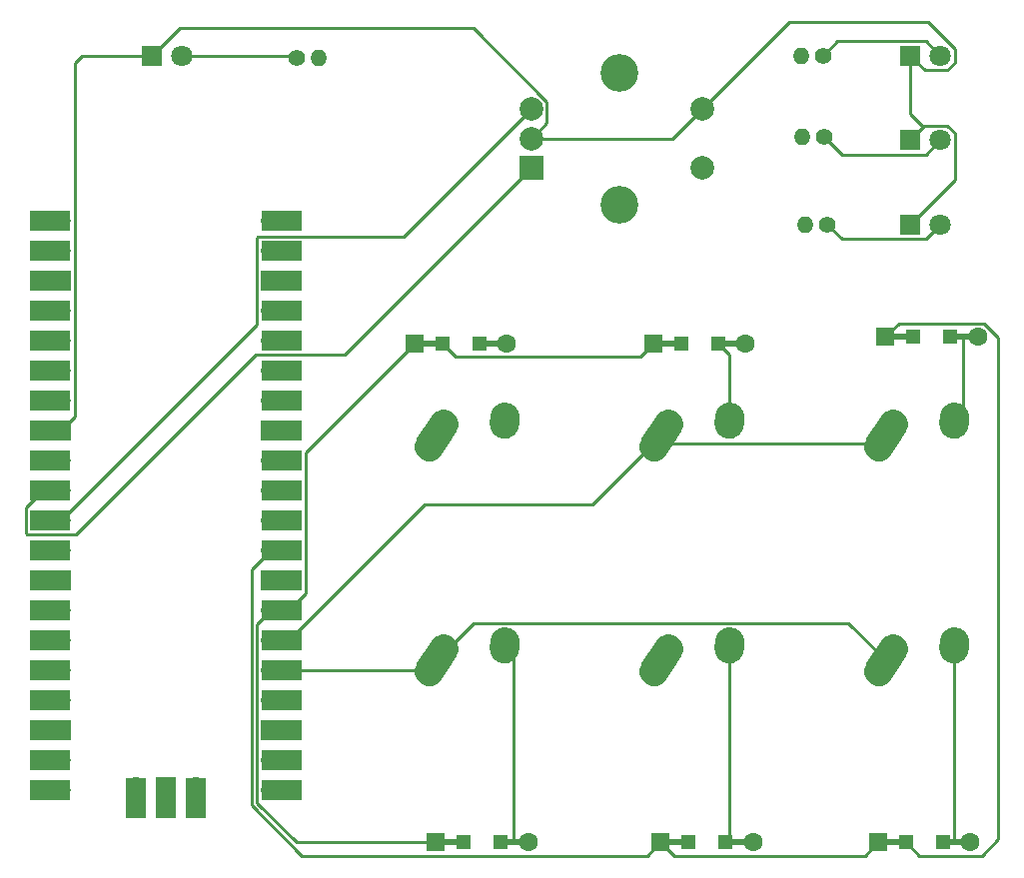
<source format=gtl>
%TF.GenerationSoftware,KiCad,Pcbnew,(5.1.9)-1*%
%TF.CreationDate,2021-02-07T17:12:47-05:00*%
%TF.ProjectId,MacroBoard,4d616372-6f42-46f6-9172-642e6b696361,rev?*%
%TF.SameCoordinates,Original*%
%TF.FileFunction,Copper,L1,Top*%
%TF.FilePolarity,Positive*%
%FSLAX46Y46*%
G04 Gerber Fmt 4.6, Leading zero omitted, Abs format (unit mm)*
G04 Created by KiCad (PCBNEW (5.1.9)-1) date 2021-02-07 17:12:47*
%MOMM*%
%LPD*%
G01*
G04 APERTURE LIST*
%TA.AperFunction,ComponentPad*%
%ADD10O,1.700000X1.700000*%
%TD*%
%TA.AperFunction,ComponentPad*%
%ADD11R,1.700000X1.700000*%
%TD*%
%TA.AperFunction,SMDPad,CuDef*%
%ADD12R,3.500000X1.700000*%
%TD*%
%TA.AperFunction,SMDPad,CuDef*%
%ADD13R,1.700000X3.500000*%
%TD*%
%TA.AperFunction,ComponentPad*%
%ADD14C,1.800000*%
%TD*%
%TA.AperFunction,ComponentPad*%
%ADD15R,1.800000X1.800000*%
%TD*%
%TA.AperFunction,SMDPad,CuDef*%
%ADD16R,1.200000X1.200000*%
%TD*%
%TA.AperFunction,ComponentPad*%
%ADD17R,1.600000X1.600000*%
%TD*%
%TA.AperFunction,ComponentPad*%
%ADD18C,1.600000*%
%TD*%
%TA.AperFunction,SMDPad,CuDef*%
%ADD19R,2.500000X0.500000*%
%TD*%
%TA.AperFunction,ComponentPad*%
%ADD20O,1.400000X1.400000*%
%TD*%
%TA.AperFunction,ComponentPad*%
%ADD21C,1.400000*%
%TD*%
%TA.AperFunction,ComponentPad*%
%ADD22C,2.000000*%
%TD*%
%TA.AperFunction,ComponentPad*%
%ADD23C,3.200000*%
%TD*%
%TA.AperFunction,ComponentPad*%
%ADD24R,2.000000X2.000000*%
%TD*%
%TA.AperFunction,Conductor*%
%ADD25C,0.250000*%
%TD*%
G04 APERTURE END LIST*
D10*
%TO.P,U1,1*%
%TO.N,Net-(U1-Pad1)*%
X112553750Y-52070000D03*
%TO.P,U1,2*%
%TO.N,Net-(U1-Pad2)*%
X112553750Y-54610000D03*
D11*
%TO.P,U1,3*%
%TO.N,Net-(U1-Pad3)*%
X112553750Y-57150000D03*
D10*
%TO.P,U1,4*%
%TO.N,Net-(U1-Pad4)*%
X112553750Y-59690000D03*
%TO.P,U1,5*%
%TO.N,Net-(U1-Pad5)*%
X112553750Y-62230000D03*
%TO.P,U1,6*%
%TO.N,Net-(U1-Pad6)*%
X112553750Y-64770000D03*
%TO.P,U1,7*%
%TO.N,Net-(U1-Pad7)*%
X112553750Y-67310000D03*
D11*
%TO.P,U1,8*%
%TO.N,+5V*%
X112553750Y-69850000D03*
D10*
%TO.P,U1,9*%
%TO.N,Net-(U1-Pad9)*%
X112553750Y-72390000D03*
%TO.P,U1,10*%
%TO.N,/A_PIN*%
X112553750Y-74930000D03*
%TO.P,U1,11*%
%TO.N,/B_PIN*%
X112553750Y-77470000D03*
%TO.P,U1,12*%
%TO.N,/ROT_SW*%
X112553750Y-80010000D03*
D11*
%TO.P,U1,13*%
%TO.N,Net-(U1-Pad13)*%
X112553750Y-82550000D03*
D10*
%TO.P,U1,14*%
%TO.N,Net-(U1-Pad14)*%
X112553750Y-85090000D03*
%TO.P,U1,15*%
%TO.N,/LED_B*%
X112553750Y-87630000D03*
%TO.P,U1,16*%
%TO.N,/LED_C*%
X112553750Y-90170000D03*
%TO.P,U1,17*%
%TO.N,/LED_D*%
X112553750Y-92710000D03*
D11*
%TO.P,U1,18*%
%TO.N,Net-(U1-Pad18)*%
X112553750Y-95250000D03*
D10*
%TO.P,U1,19*%
%TO.N,Net-(U1-Pad19)*%
X112553750Y-97790000D03*
%TO.P,U1,20*%
%TO.N,Net-(U1-Pad20)*%
X112553750Y-100330000D03*
%TO.P,U1,21*%
%TO.N,Net-(U1-Pad21)*%
X130333750Y-100330000D03*
%TO.P,U1,22*%
%TO.N,Net-(U1-Pad22)*%
X130333750Y-97790000D03*
D11*
%TO.P,U1,23*%
%TO.N,Net-(U1-Pad23)*%
X130333750Y-95250000D03*
D10*
%TO.P,U1,24*%
%TO.N,/col2*%
X130333750Y-92710000D03*
%TO.P,U1,25*%
%TO.N,/col1*%
X130333750Y-90170000D03*
%TO.P,U1,26*%
%TO.N,/col0*%
X130333750Y-87630000D03*
%TO.P,U1,27*%
%TO.N,/row1*%
X130333750Y-85090000D03*
D11*
%TO.P,U1,28*%
%TO.N,Net-(U1-Pad28)*%
X130333750Y-82550000D03*
D10*
%TO.P,U1,29*%
%TO.N,/row0*%
X130333750Y-80010000D03*
%TO.P,U1,30*%
%TO.N,Net-(U1-Pad30)*%
X130333750Y-77470000D03*
%TO.P,U1,31*%
%TO.N,Net-(U1-Pad31)*%
X130333750Y-74930000D03*
%TO.P,U1,32*%
%TO.N,Net-(U1-Pad32)*%
X130333750Y-72390000D03*
D11*
%TO.P,U1,33*%
%TO.N,Net-(U1-Pad33)*%
X130333750Y-69850000D03*
D10*
%TO.P,U1,34*%
%TO.N,Net-(U1-Pad34)*%
X130333750Y-67310000D03*
%TO.P,U1,35*%
%TO.N,Net-(U1-Pad35)*%
X130333750Y-64770000D03*
%TO.P,U1,36*%
%TO.N,/LED_A*%
X130333750Y-62230000D03*
%TO.P,U1,37*%
%TO.N,Net-(U1-Pad37)*%
X130333750Y-59690000D03*
D11*
%TO.P,U1,38*%
%TO.N,Net-(U1-Pad38)*%
X130333750Y-57150000D03*
D10*
%TO.P,U1,39*%
%TO.N,Net-(U1-Pad39)*%
X130333750Y-54610000D03*
%TO.P,U1,40*%
%TO.N,Net-(U1-Pad40)*%
X130333750Y-52070000D03*
D12*
%TO.P,U1,1*%
%TO.N,Net-(U1-Pad1)*%
X111653750Y-52070000D03*
%TO.P,U1,2*%
%TO.N,Net-(U1-Pad2)*%
X111653750Y-54610000D03*
%TO.P,U1,3*%
%TO.N,Net-(U1-Pad3)*%
X111653750Y-57150000D03*
%TO.P,U1,4*%
%TO.N,Net-(U1-Pad4)*%
X111653750Y-59690000D03*
%TO.P,U1,5*%
%TO.N,Net-(U1-Pad5)*%
X111653750Y-62230000D03*
%TO.P,U1,6*%
%TO.N,Net-(U1-Pad6)*%
X111653750Y-64770000D03*
%TO.P,U1,7*%
%TO.N,Net-(U1-Pad7)*%
X111653750Y-67310000D03*
%TO.P,U1,8*%
%TO.N,+5V*%
X111653750Y-69850000D03*
%TO.P,U1,9*%
%TO.N,Net-(U1-Pad9)*%
X111653750Y-72390000D03*
%TO.P,U1,10*%
%TO.N,/A_PIN*%
X111653750Y-74930000D03*
%TO.P,U1,11*%
%TO.N,/B_PIN*%
X111653750Y-77470000D03*
%TO.P,U1,12*%
%TO.N,/ROT_SW*%
X111653750Y-80010000D03*
%TO.P,U1,13*%
%TO.N,Net-(U1-Pad13)*%
X111653750Y-82550000D03*
%TO.P,U1,14*%
%TO.N,Net-(U1-Pad14)*%
X111653750Y-85090000D03*
%TO.P,U1,15*%
%TO.N,/LED_B*%
X111653750Y-87630000D03*
%TO.P,U1,16*%
%TO.N,/LED_C*%
X111653750Y-90170000D03*
%TO.P,U1,17*%
%TO.N,/LED_D*%
X111653750Y-92710000D03*
%TO.P,U1,18*%
%TO.N,Net-(U1-Pad18)*%
X111653750Y-95250000D03*
%TO.P,U1,19*%
%TO.N,Net-(U1-Pad19)*%
X111653750Y-97790000D03*
%TO.P,U1,20*%
%TO.N,Net-(U1-Pad20)*%
X111653750Y-100330000D03*
%TO.P,U1,40*%
%TO.N,Net-(U1-Pad40)*%
X131233750Y-52070000D03*
%TO.P,U1,39*%
%TO.N,Net-(U1-Pad39)*%
X131233750Y-54610000D03*
%TO.P,U1,38*%
%TO.N,Net-(U1-Pad38)*%
X131233750Y-57150000D03*
%TO.P,U1,37*%
%TO.N,Net-(U1-Pad37)*%
X131233750Y-59690000D03*
%TO.P,U1,36*%
%TO.N,/LED_A*%
X131233750Y-62230000D03*
%TO.P,U1,35*%
%TO.N,Net-(U1-Pad35)*%
X131233750Y-64770000D03*
%TO.P,U1,34*%
%TO.N,Net-(U1-Pad34)*%
X131233750Y-67310000D03*
%TO.P,U1,33*%
%TO.N,Net-(U1-Pad33)*%
X131233750Y-69850000D03*
%TO.P,U1,32*%
%TO.N,Net-(U1-Pad32)*%
X131233750Y-72390000D03*
%TO.P,U1,31*%
%TO.N,Net-(U1-Pad31)*%
X131233750Y-74930000D03*
%TO.P,U1,30*%
%TO.N,Net-(U1-Pad30)*%
X131233750Y-77470000D03*
%TO.P,U1,29*%
%TO.N,/row0*%
X131233750Y-80010000D03*
%TO.P,U1,28*%
%TO.N,Net-(U1-Pad28)*%
X131233750Y-82550000D03*
%TO.P,U1,27*%
%TO.N,/row1*%
X131233750Y-85090000D03*
%TO.P,U1,26*%
%TO.N,/col0*%
X131233750Y-87630000D03*
%TO.P,U1,25*%
%TO.N,/col1*%
X131233750Y-90170000D03*
%TO.P,U1,24*%
%TO.N,/col2*%
X131233750Y-92710000D03*
%TO.P,U1,23*%
%TO.N,Net-(U1-Pad23)*%
X131233750Y-95250000D03*
%TO.P,U1,22*%
%TO.N,Net-(U1-Pad22)*%
X131233750Y-97790000D03*
%TO.P,U1,21*%
%TO.N,Net-(U1-Pad21)*%
X131233750Y-100330000D03*
D13*
%TO.P,U1,41*%
%TO.N,N/C*%
X118903750Y-101000000D03*
D10*
X118903750Y-100100000D03*
D13*
%TO.P,U1,42*%
X121443750Y-101000000D03*
D11*
X121443750Y-100100000D03*
D13*
%TO.P,U1,43*%
X123983750Y-101000000D03*
D10*
X123983750Y-100100000D03*
%TD*%
D14*
%TO.P,D1,2*%
%TO.N,Net-(D1-Pad2)*%
X187087030Y-52387500D03*
D15*
%TO.P,D1,1*%
%TO.N,+5V*%
X184547030Y-52387500D03*
%TD*%
%TO.P,D2,1*%
%TO.N,+5V*%
X184547030Y-45243788D03*
D14*
%TO.P,D2,2*%
%TO.N,Net-(D2-Pad2)*%
X187087030Y-45243788D03*
%TD*%
%TO.P,D3,2*%
%TO.N,Net-(D3-Pad2)*%
X187087030Y-38100000D03*
D15*
%TO.P,D3,1*%
%TO.N,+5V*%
X184547030Y-38100000D03*
%TD*%
%TO.P,D4,1*%
%TO.N,+5V*%
X120253226Y-38100032D03*
D14*
%TO.P,D4,2*%
%TO.N,Net-(D4-Pad2)*%
X122793226Y-38100032D03*
%TD*%
D16*
%TO.P,D5,2*%
%TO.N,Net-(D5-Pad2)*%
X187907969Y-61912552D03*
%TO.P,D5,1*%
%TO.N,/row0*%
X184757969Y-61912552D03*
D17*
X182432969Y-61912552D03*
D18*
%TO.P,D5,2*%
%TO.N,Net-(D5-Pad2)*%
X190232969Y-61912552D03*
D19*
%TO.P,D5,1*%
%TO.N,/row0*%
X183632969Y-61912552D03*
%TO.P,D5,2*%
%TO.N,Net-(D5-Pad2)*%
X189032969Y-61912552D03*
%TD*%
D16*
%TO.P,D6,2*%
%TO.N,Net-(D6-Pad2)*%
X168262640Y-62507865D03*
%TO.P,D6,1*%
%TO.N,/row1*%
X165112640Y-62507865D03*
D17*
X162787640Y-62507865D03*
D18*
%TO.P,D6,2*%
%TO.N,Net-(D6-Pad2)*%
X170587640Y-62507865D03*
D19*
%TO.P,D6,1*%
%TO.N,/row1*%
X163987640Y-62507865D03*
%TO.P,D6,2*%
%TO.N,Net-(D6-Pad2)*%
X169387640Y-62507865D03*
%TD*%
%TO.P,D7,2*%
%TO.N,Net-(D7-Pad2)*%
X188437656Y-104775088D03*
%TO.P,D7,1*%
%TO.N,/row0*%
X183037656Y-104775088D03*
D18*
%TO.P,D7,2*%
%TO.N,Net-(D7-Pad2)*%
X189637656Y-104775088D03*
D17*
%TO.P,D7,1*%
%TO.N,/row0*%
X181837656Y-104775088D03*
D16*
X184162656Y-104775088D03*
%TO.P,D7,2*%
%TO.N,Net-(D7-Pad2)*%
X187312656Y-104775088D03*
%TD*%
D19*
%TO.P,D8,2*%
%TO.N,Net-(D8-Pad2)*%
X150932937Y-104775088D03*
%TO.P,D8,1*%
%TO.N,/row1*%
X145532937Y-104775088D03*
D18*
%TO.P,D8,2*%
%TO.N,Net-(D8-Pad2)*%
X152132937Y-104775088D03*
D17*
%TO.P,D8,1*%
%TO.N,/row1*%
X144332937Y-104775088D03*
D16*
X146657937Y-104775088D03*
%TO.P,D8,2*%
%TO.N,Net-(D8-Pad2)*%
X149807937Y-104775088D03*
%TD*%
D19*
%TO.P,D9,2*%
%TO.N,Net-(D9-Pad2)*%
X169982953Y-104775088D03*
%TO.P,D9,1*%
%TO.N,/row0*%
X164582953Y-104775088D03*
D18*
%TO.P,D9,2*%
%TO.N,Net-(D9-Pad2)*%
X171182953Y-104775088D03*
D17*
%TO.P,D9,1*%
%TO.N,/row0*%
X163382953Y-104775088D03*
D16*
X165707953Y-104775088D03*
%TO.P,D9,2*%
%TO.N,Net-(D9-Pad2)*%
X168857953Y-104775088D03*
%TD*%
%TO.P,D10,2*%
%TO.N,Net-(D10-Pad2)*%
X148021998Y-62507865D03*
%TO.P,D10,1*%
%TO.N,/row1*%
X144871998Y-62507865D03*
D17*
X142546998Y-62507865D03*
D18*
%TO.P,D10,2*%
%TO.N,Net-(D10-Pad2)*%
X150346998Y-62507865D03*
D19*
%TO.P,D10,1*%
%TO.N,/row1*%
X143746998Y-62507865D03*
%TO.P,D10,2*%
%TO.N,Net-(D10-Pad2)*%
X149146998Y-62507865D03*
%TD*%
%TO.P,K1,2*%
%TO.N,Net-(D6-Pad2)*%
%TA.AperFunction,ComponentPad*%
G36*
G01*
X167940671Y-69233059D02*
X167980119Y-68654403D01*
G75*
G02*
X169312243Y-67492317I1247105J-85019D01*
G01*
X169312243Y-67492317D01*
G75*
G02*
X170474329Y-68824441I-85019J-1247105D01*
G01*
X170434881Y-69403097D01*
G75*
G02*
X169102757Y-70565183I-1247105J85019D01*
G01*
X169102757Y-70565183D01*
G75*
G02*
X167940671Y-69233059I85019J1247105D01*
G01*
G37*
%TD.AperFunction*%
%TO.P,K1,1*%
%TO.N,/col0*%
%TA.AperFunction,ComponentPad*%
G36*
G01*
X161773799Y-70575940D02*
X162982723Y-68678310D01*
G75*
G02*
X164708587Y-68295696I1054239J-671625D01*
G01*
X164708587Y-68295696D01*
G75*
G02*
X165091201Y-70021560I-671625J-1054239D01*
G01*
X163882277Y-71919190D01*
G75*
G02*
X162156413Y-72301804I-1054239J671625D01*
G01*
X162156413Y-72301804D01*
G75*
G02*
X161773799Y-70575940I671625J1054239D01*
G01*
G37*
%TD.AperFunction*%
%TD*%
%TO.P,K2,2*%
%TO.N,Net-(D7-Pad2)*%
%TA.AperFunction,ComponentPad*%
G36*
G01*
X186990671Y-88283059D02*
X187030119Y-87704403D01*
G75*
G02*
X188362243Y-86542317I1247105J-85019D01*
G01*
X188362243Y-86542317D01*
G75*
G02*
X189524329Y-87874441I-85019J-1247105D01*
G01*
X189484881Y-88453097D01*
G75*
G02*
X188152757Y-89615183I-1247105J85019D01*
G01*
X188152757Y-89615183D01*
G75*
G02*
X186990671Y-88283059I85019J1247105D01*
G01*
G37*
%TD.AperFunction*%
%TO.P,K2,1*%
%TO.N,/col1*%
%TA.AperFunction,ComponentPad*%
G36*
G01*
X180823799Y-89625940D02*
X182032723Y-87728310D01*
G75*
G02*
X183758587Y-87345696I1054239J-671625D01*
G01*
X183758587Y-87345696D01*
G75*
G02*
X184141201Y-89071560I-671625J-1054239D01*
G01*
X182932277Y-90969190D01*
G75*
G02*
X181206413Y-91351804I-1054239J671625D01*
G01*
X181206413Y-91351804D01*
G75*
G02*
X180823799Y-89625940I671625J1054239D01*
G01*
G37*
%TD.AperFunction*%
%TD*%
%TO.P,K3,1*%
%TO.N,/col1*%
%TA.AperFunction,ComponentPad*%
G36*
G01*
X142723799Y-89625940D02*
X143932723Y-87728310D01*
G75*
G02*
X145658587Y-87345696I1054239J-671625D01*
G01*
X145658587Y-87345696D01*
G75*
G02*
X146041201Y-89071560I-671625J-1054239D01*
G01*
X144832277Y-90969190D01*
G75*
G02*
X143106413Y-91351804I-1054239J671625D01*
G01*
X143106413Y-91351804D01*
G75*
G02*
X142723799Y-89625940I671625J1054239D01*
G01*
G37*
%TD.AperFunction*%
%TO.P,K3,2*%
%TO.N,Net-(D8-Pad2)*%
%TA.AperFunction,ComponentPad*%
G36*
G01*
X148890671Y-88283059D02*
X148930119Y-87704403D01*
G75*
G02*
X150262243Y-86542317I1247105J-85019D01*
G01*
X150262243Y-86542317D01*
G75*
G02*
X151424329Y-87874441I-85019J-1247105D01*
G01*
X151384881Y-88453097D01*
G75*
G02*
X150052757Y-89615183I-1247105J85019D01*
G01*
X150052757Y-89615183D01*
G75*
G02*
X148890671Y-88283059I85019J1247105D01*
G01*
G37*
%TD.AperFunction*%
%TD*%
%TO.P,K4,1*%
%TO.N,/col2*%
%TA.AperFunction,ComponentPad*%
G36*
G01*
X161773799Y-89625940D02*
X162982723Y-87728310D01*
G75*
G02*
X164708587Y-87345696I1054239J-671625D01*
G01*
X164708587Y-87345696D01*
G75*
G02*
X165091201Y-89071560I-671625J-1054239D01*
G01*
X163882277Y-90969190D01*
G75*
G02*
X162156413Y-91351804I-1054239J671625D01*
G01*
X162156413Y-91351804D01*
G75*
G02*
X161773799Y-89625940I671625J1054239D01*
G01*
G37*
%TD.AperFunction*%
%TO.P,K4,2*%
%TO.N,Net-(D9-Pad2)*%
%TA.AperFunction,ComponentPad*%
G36*
G01*
X167940671Y-88283059D02*
X167980119Y-87704403D01*
G75*
G02*
X169312243Y-86542317I1247105J-85019D01*
G01*
X169312243Y-86542317D01*
G75*
G02*
X170474329Y-87874441I-85019J-1247105D01*
G01*
X170434881Y-88453097D01*
G75*
G02*
X169102757Y-89615183I-1247105J85019D01*
G01*
X169102757Y-89615183D01*
G75*
G02*
X167940671Y-88283059I85019J1247105D01*
G01*
G37*
%TD.AperFunction*%
%TD*%
%TO.P,K5,2*%
%TO.N,Net-(D10-Pad2)*%
%TA.AperFunction,ComponentPad*%
G36*
G01*
X148890671Y-69233059D02*
X148930119Y-68654403D01*
G75*
G02*
X150262243Y-67492317I1247105J-85019D01*
G01*
X150262243Y-67492317D01*
G75*
G02*
X151424329Y-68824441I-85019J-1247105D01*
G01*
X151384881Y-69403097D01*
G75*
G02*
X150052757Y-70565183I-1247105J85019D01*
G01*
X150052757Y-70565183D01*
G75*
G02*
X148890671Y-69233059I85019J1247105D01*
G01*
G37*
%TD.AperFunction*%
%TO.P,K5,1*%
%TO.N,/col2*%
%TA.AperFunction,ComponentPad*%
G36*
G01*
X142723799Y-70575940D02*
X143932723Y-68678310D01*
G75*
G02*
X145658587Y-68295696I1054239J-671625D01*
G01*
X145658587Y-68295696D01*
G75*
G02*
X146041201Y-70021560I-671625J-1054239D01*
G01*
X144832277Y-71919190D01*
G75*
G02*
X143106413Y-72301804I-1054239J671625D01*
G01*
X143106413Y-72301804D01*
G75*
G02*
X142723799Y-70575940I671625J1054239D01*
G01*
G37*
%TD.AperFunction*%
%TD*%
%TO.P,K?1,1*%
%TO.N,/col0*%
%TA.AperFunction,ComponentPad*%
G36*
G01*
X180823799Y-70575940D02*
X182032723Y-68678310D01*
G75*
G02*
X183758587Y-68295696I1054239J-671625D01*
G01*
X183758587Y-68295696D01*
G75*
G02*
X184141201Y-70021560I-671625J-1054239D01*
G01*
X182932277Y-71919190D01*
G75*
G02*
X181206413Y-72301804I-1054239J671625D01*
G01*
X181206413Y-72301804D01*
G75*
G02*
X180823799Y-70575940I671625J1054239D01*
G01*
G37*
%TD.AperFunction*%
%TO.P,K?1,2*%
%TO.N,Net-(D5-Pad2)*%
%TA.AperFunction,ComponentPad*%
G36*
G01*
X186990671Y-69233059D02*
X187030119Y-68654403D01*
G75*
G02*
X188362243Y-67492317I1247105J-85019D01*
G01*
X188362243Y-67492317D01*
G75*
G02*
X189524329Y-68824441I-85019J-1247105D01*
G01*
X189484881Y-69403097D01*
G75*
G02*
X188152757Y-70565183I-1247105J85019D01*
G01*
X188152757Y-70565183D01*
G75*
G02*
X186990671Y-69233059I85019J1247105D01*
G01*
G37*
%TD.AperFunction*%
%TD*%
D20*
%TO.P,R1,2*%
%TO.N,/LED_D*%
X175600000Y-52387544D03*
D21*
%TO.P,R1,1*%
%TO.N,Net-(D1-Pad2)*%
X177500000Y-52387544D03*
%TD*%
%TO.P,R2,1*%
%TO.N,Net-(D2-Pad2)*%
X177250000Y-45000000D03*
D20*
%TO.P,R2,2*%
%TO.N,/LED_C*%
X175350000Y-45000000D03*
%TD*%
%TO.P,R3,2*%
%TO.N,/LED_B*%
X175250000Y-38100032D03*
D21*
%TO.P,R3,1*%
%TO.N,Net-(D3-Pad2)*%
X177150000Y-38100032D03*
%TD*%
%TO.P,R4,1*%
%TO.N,Net-(D4-Pad2)*%
X132500000Y-38250000D03*
D20*
%TO.P,R4,2*%
%TO.N,/LED_A*%
X134400000Y-38250000D03*
%TD*%
D22*
%TO.P,SW1,S1*%
%TO.N,+5V*%
X166900128Y-42625040D03*
%TO.P,SW1,S2*%
%TO.N,/ROT_SW*%
X166900128Y-47625040D03*
D23*
%TO.P,SW1,MP*%
%TO.N,N/C*%
X159900128Y-39525040D03*
X159900128Y-50725040D03*
D22*
%TO.P,SW1,B*%
%TO.N,/B_PIN*%
X152400128Y-42625040D03*
%TO.P,SW1,C*%
%TO.N,+5V*%
X152400128Y-45125040D03*
D24*
%TO.P,SW1,A*%
%TO.N,/A_PIN*%
X152400128Y-47625040D03*
%TD*%
D25*
%TO.N,Net-(D1-Pad2)*%
X185862029Y-53612501D02*
X187087030Y-52387500D01*
X178724957Y-53612501D02*
X185862029Y-53612501D01*
X177500000Y-52387544D02*
X178724957Y-53612501D01*
%TO.N,+5V*%
X187675031Y-44018787D02*
X185772031Y-44018787D01*
X188312031Y-44655787D02*
X187675031Y-44018787D01*
X188312031Y-48622499D02*
X188312031Y-44655787D01*
X184547030Y-52387500D02*
X188312031Y-48622499D01*
X184547030Y-38100000D02*
X184547030Y-43047030D01*
X184547030Y-43047030D02*
X185645409Y-44145409D01*
X185645409Y-44145409D02*
X184547030Y-45243788D01*
X185772031Y-44018787D02*
X185645409Y-44145409D01*
X113728751Y-68674999D02*
X113728751Y-38728751D01*
X112553750Y-69850000D02*
X113728751Y-68674999D01*
X114357470Y-38100032D02*
X120253226Y-38100032D01*
X113728751Y-38728751D02*
X114357470Y-38100032D01*
X166900128Y-42625040D02*
X174275168Y-35250000D01*
X185772031Y-39325001D02*
X184547030Y-38100000D01*
X187675031Y-39325001D02*
X185772031Y-39325001D01*
X188312031Y-38688001D02*
X187675031Y-39325001D01*
X188312031Y-37511999D02*
X188312031Y-38688001D01*
X186050032Y-35250000D02*
X188312031Y-37511999D01*
X174275168Y-35250000D02*
X186050032Y-35250000D01*
X164400128Y-45125040D02*
X166900128Y-42625040D01*
X152400128Y-45125040D02*
X164400128Y-45125040D01*
X120253226Y-38100032D02*
X122603258Y-35750000D01*
X153725129Y-43800039D02*
X152400128Y-45125040D01*
X153725129Y-41989039D02*
X153725129Y-43800039D01*
X147486090Y-35750000D02*
X153725129Y-41989039D01*
X122603258Y-35750000D02*
X147486090Y-35750000D01*
%TO.N,Net-(D2-Pad2)*%
X185862029Y-46468789D02*
X187087030Y-45243788D01*
X178718789Y-46468789D02*
X185862029Y-46468789D01*
X177250000Y-45000000D02*
X178718789Y-46468789D01*
%TO.N,Net-(D3-Pad2)*%
X178375033Y-36874999D02*
X185862029Y-36874999D01*
X185862029Y-36874999D02*
X187087030Y-38100000D01*
X177150000Y-38100032D02*
X178375033Y-36874999D01*
%TO.N,Net-(D4-Pad2)*%
X132350032Y-38100032D02*
X132500000Y-38250000D01*
X122793226Y-38100032D02*
X132350032Y-38100032D01*
%TO.N,Net-(D5-Pad2)*%
X189032969Y-68253281D02*
X188257500Y-69028750D01*
X189032969Y-61912552D02*
X189032969Y-68253281D01*
%TO.N,/row0*%
X180712655Y-105900089D02*
X181837656Y-104775088D01*
X164507954Y-105900089D02*
X180712655Y-105900089D01*
X163382953Y-104775088D02*
X164507954Y-105900089D01*
X128708739Y-81635011D02*
X130333750Y-80010000D01*
X128708739Y-101626401D02*
X128708739Y-81635011D01*
X132982427Y-105900089D02*
X128708739Y-101626401D01*
X162257952Y-105900089D02*
X132982427Y-105900089D01*
X163382953Y-104775088D02*
X162257952Y-105900089D01*
X185287657Y-105900089D02*
X184162656Y-104775088D01*
X190599911Y-105900089D02*
X185287657Y-105900089D01*
X191993401Y-104506599D02*
X190599911Y-105900089D01*
X191993401Y-62007982D02*
X191993401Y-104506599D01*
X190772970Y-60787551D02*
X191993401Y-62007982D01*
X183557970Y-60787551D02*
X190772970Y-60787551D01*
X182432969Y-61912552D02*
X183557970Y-60787551D01*
%TO.N,Net-(D6-Pad2)*%
X169207500Y-63452725D02*
X168262640Y-62507865D01*
X169207500Y-69028750D02*
X169207500Y-63452725D01*
%TO.N,/row1*%
X129158749Y-86265001D02*
X130333750Y-85090000D01*
X129158749Y-101440001D02*
X129158749Y-86265001D01*
X132493836Y-104775088D02*
X129158749Y-101440001D01*
X144332937Y-104775088D02*
X132493836Y-104775088D01*
X145996999Y-63632866D02*
X144871998Y-62507865D01*
X161662639Y-63632866D02*
X145996999Y-63632866D01*
X162787640Y-62507865D02*
X161662639Y-63632866D01*
X131878752Y-85090000D02*
X133308751Y-83660001D01*
X130333750Y-85090000D02*
X131878752Y-85090000D01*
X133308751Y-71746112D02*
X142546998Y-62507865D01*
X133308751Y-83660001D02*
X133308751Y-71746112D01*
%TO.N,Net-(D7-Pad2)*%
X188257500Y-104594932D02*
X188437656Y-104775088D01*
X188257500Y-88078750D02*
X188257500Y-104594932D01*
%TO.N,Net-(D8-Pad2)*%
X150932937Y-88854187D02*
X150157500Y-88078750D01*
X150932937Y-104775088D02*
X150932937Y-88854187D01*
%TO.N,Net-(D9-Pad2)*%
X169207500Y-104425541D02*
X168857953Y-104775088D01*
X169207500Y-88078750D02*
X169207500Y-104425541D01*
%TO.N,/col0*%
X164067561Y-70933811D02*
X163432500Y-70298750D01*
X181847439Y-70933811D02*
X164067561Y-70933811D01*
X182482500Y-70298750D02*
X181847439Y-70933811D01*
X157593599Y-76137651D02*
X163432500Y-70298750D01*
X143371101Y-76137651D02*
X157593599Y-76137651D01*
X131878752Y-87630000D02*
X143371101Y-76137651D01*
X130333750Y-87630000D02*
X131878752Y-87630000D01*
%TO.N,/col1*%
X147557561Y-86173689D02*
X144382500Y-89348750D01*
X179307439Y-86173689D02*
X147557561Y-86173689D01*
X182482500Y-89348750D02*
X179307439Y-86173689D01*
X143561250Y-90170000D02*
X144382500Y-89348750D01*
X130333750Y-90170000D02*
X143561250Y-90170000D01*
%TO.N,/B_PIN*%
X141590169Y-53434999D02*
X152400128Y-42625040D01*
X129223749Y-53434999D02*
X141590169Y-53434999D01*
X129158749Y-53499999D02*
X129223749Y-53434999D01*
X129158749Y-60865001D02*
X129158749Y-53499999D01*
X112553750Y-77470000D02*
X129158749Y-60865001D01*
%TO.N,/A_PIN*%
X129093749Y-63405001D02*
X136620167Y-63405001D01*
X136620167Y-63405001D02*
X152400128Y-47625040D01*
X113853749Y-78645001D02*
X129093749Y-63405001D01*
X109643749Y-78645001D02*
X113853749Y-78645001D01*
X109578749Y-78580001D02*
X109643749Y-78645001D01*
X109578749Y-76359999D02*
X109578749Y-78580001D01*
X111008748Y-74930000D02*
X109578749Y-76359999D01*
X112553750Y-74930000D02*
X111008748Y-74930000D01*
%TD*%
M02*

</source>
